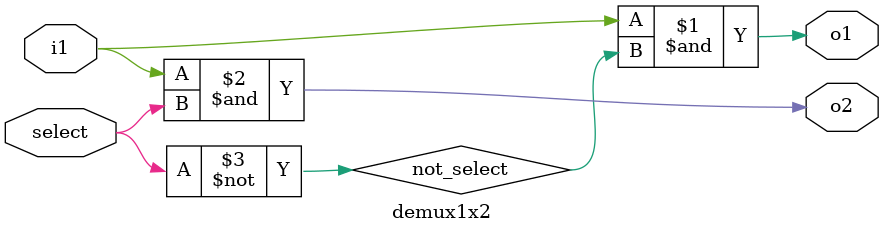
<source format=v>
module demux1x2 ( output o1, output o2, input i1, input select ); 
    // definir dados locais 
    wire not_select; 
    // descrever por portas 
    not NOT1 ( not_select, select ); 
    and AND1 ( o1, i1, not_select ); 
    and AND2 ( o2, i1, select ); 
endmodule // demux1x2
</source>
